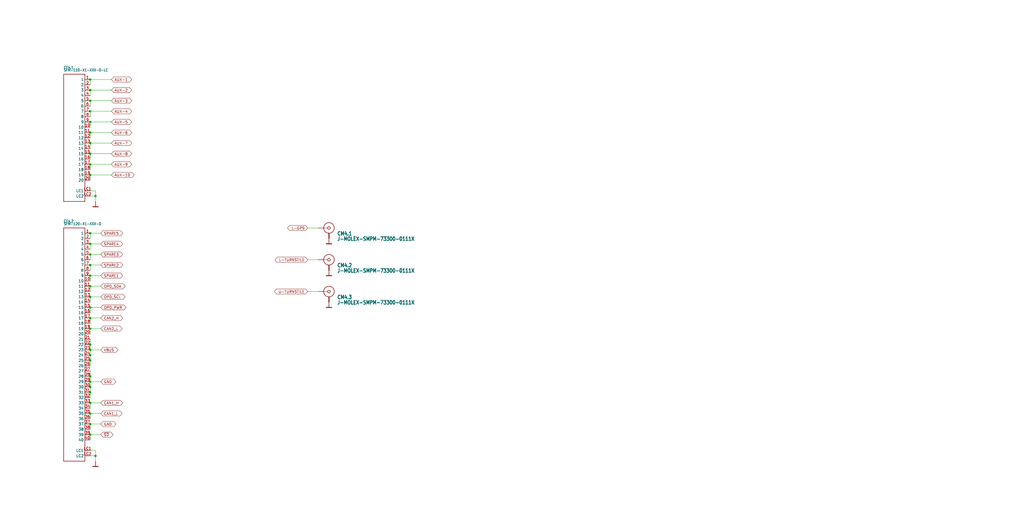
<source format=kicad_sch>
(kicad_sch (version 20211123) (generator eeschema)
  (paper "User" 490.22 254.406)
  (lib_symbols
    (symbol "oresat-backplane-2u-hasp-eagle-import:GND" (power)
      (symbol "GND_1_0"
        (polyline (pts (xy -1.27 -2.54) (xy 1.27 -2.54)) (stroke (width 0.4064)))
        (pin power_in line (at 0 0 270) (length 2.54) (name "GND") (number "1"))
      )
    )
    (symbol "oresat-backplane-2u-hasp-eagle-import:J-MOLEX-SMPM-73300-0111X"
      (property "Reference" "CM" (at 3.81 -3.81 0))
      (property "Value" "J-MOLEX-SMPM-73300-0111X" (at 3.81 -6.35 0))
      (symbol "J-MOLEX-SMPM-73300-0111X_1_0"
        (polyline (pts (xy -2.54 0) (xy -0.635 0)) (stroke (width 0.1524)))
        (circle (center 0 0) (radius 0.635) (stroke (width 0.254)))
        (circle (center 0 0) (radius 2.54) (stroke (width 0.254)))
        (pin passive line (at 0 -5.08 90) (length 2.54) (name "SHIELD1") (number "P$1"))
        (pin passive line (at 0 -5.08 90) (length 2.54) (name "SHIELD1") (number "P$2"))
        (pin passive line (at 0 -5.08 90) (length 2.54) (name "SHIELD1") (number "P$3"))
        (pin passive line (at 0 -5.08 90) (length 2.54) (name "SHIELD1") (number "P$4"))
        (pin passive line (at -5.08 0 0) (length 2.54) (name "RF") (number "RF-DOWN"))
      )
    )
    (symbol "oresat-backplane-2u-hasp-eagle-import:SFM-110-X1-XXX-D-LC"
      (property "Reference" "CF" (at -2.54 33.02 0))
      (property "Value" "SFM-110-X1-XXX-D-LC" (at -2.54 31.75 0))
      (symbol "SFM-110-X1-XXX-D-LC_1_0"
        (polyline (pts (xy -2.54 -30.48) (xy -2.54 30.48)) (stroke (width 0.254)))
        (polyline (pts (xy -2.54 30.48) (xy 7.62 30.48)) (stroke (width 0.254)))
        (polyline (pts (xy 7.62 -30.48) (xy -2.54 -30.48)) (stroke (width 0.254)))
        (polyline (pts (xy 7.62 30.48) (xy 7.62 -30.48)) (stroke (width 0.254)))
        (pin passive line (at 10.16 27.94 180) (length 2.54) (name "1") (number "1"))
        (pin passive line (at 10.16 5.08 180) (length 2.54) (name "10") (number "10"))
        (pin passive line (at 10.16 2.54 180) (length 2.54) (name "11") (number "11"))
        (pin passive line (at 10.16 0 180) (length 2.54) (name "12") (number "12"))
        (pin passive line (at 10.16 -2.54 180) (length 2.54) (name "13") (number "13"))
        (pin passive line (at 10.16 -5.08 180) (length 2.54) (name "14") (number "14"))
        (pin passive line (at 10.16 -7.62 180) (length 2.54) (name "15") (number "15"))
        (pin passive line (at 10.16 -10.16 180) (length 2.54) (name "16") (number "16"))
        (pin passive line (at 10.16 -12.7 180) (length 2.54) (name "17") (number "17"))
        (pin passive line (at 10.16 -15.24 180) (length 2.54) (name "18") (number "18"))
        (pin passive line (at 10.16 -17.78 180) (length 2.54) (name "19") (number "19"))
        (pin passive line (at 10.16 25.4 180) (length 2.54) (name "2") (number "2"))
        (pin passive line (at 10.16 -20.32 180) (length 2.54) (name "20") (number "20"))
        (pin passive line (at 10.16 22.86 180) (length 2.54) (name "3") (number "3"))
        (pin passive line (at 10.16 20.32 180) (length 2.54) (name "4") (number "4"))
        (pin passive line (at 10.16 17.78 180) (length 2.54) (name "5") (number "5"))
        (pin passive line (at 10.16 15.24 180) (length 2.54) (name "6") (number "6"))
        (pin passive line (at 10.16 12.7 180) (length 2.54) (name "7") (number "7"))
        (pin passive line (at 10.16 10.16 180) (length 2.54) (name "8") (number "8"))
        (pin passive line (at 10.16 7.62 180) (length 2.54) (name "9") (number "9"))
        (pin passive line (at 10.16 -25.4 180) (length 2.54) (name "LC1") (number "LC1"))
        (pin passive line (at 10.16 -27.94 180) (length 2.54) (name "LC2") (number "LC2"))
      )
    )
    (symbol "oresat-backplane-2u-hasp-eagle-import:SFM-120-X1-XXX-D"
      (property "Reference" "J" (at -2.54 50.8 0))
      (property "Value" "SFM-120-X1-XXX-D" (at -2.54 49.53 0))
      (symbol "SFM-120-X1-XXX-D_1_0"
        (polyline (pts (xy -2.54 -63.5) (xy -2.54 48.26)) (stroke (width 0.254)))
        (polyline (pts (xy -2.54 48.26) (xy 7.62 48.26)) (stroke (width 0.254)))
        (polyline (pts (xy 7.62 -63.5) (xy -2.54 -63.5)) (stroke (width 0.254)))
        (polyline (pts (xy 7.62 48.26) (xy 7.62 -63.5)) (stroke (width 0.254)))
        (pin passive line (at 10.16 45.72 180) (length 2.54) (name "1") (number "1"))
        (pin passive line (at 10.16 22.86 180) (length 2.54) (name "10") (number "10"))
        (pin passive line (at 10.16 20.32 180) (length 2.54) (name "11") (number "11"))
        (pin passive line (at 10.16 17.78 180) (length 2.54) (name "12") (number "12"))
        (pin passive line (at 10.16 15.24 180) (length 2.54) (name "13") (number "13"))
        (pin passive line (at 10.16 12.7 180) (length 2.54) (name "14") (number "14"))
        (pin passive line (at 10.16 10.16 180) (length 2.54) (name "15") (number "15"))
        (pin passive line (at 10.16 7.62 180) (length 2.54) (name "16") (number "16"))
        (pin passive line (at 10.16 5.08 180) (length 2.54) (name "17") (number "17"))
        (pin passive line (at 10.16 2.54 180) (length 2.54) (name "18") (number "18"))
        (pin passive line (at 10.16 0 180) (length 2.54) (name "19") (number "19"))
        (pin passive line (at 10.16 43.18 180) (length 2.54) (name "2") (number "2"))
        (pin passive line (at 10.16 -2.54 180) (length 2.54) (name "20") (number "20"))
        (pin passive line (at 10.16 -5.08 180) (length 2.54) (name "21") (number "21"))
        (pin passive line (at 10.16 -7.62 180) (length 2.54) (name "22") (number "22"))
        (pin passive line (at 10.16 -10.16 180) (length 2.54) (name "23") (number "23"))
        (pin passive line (at 10.16 -12.7 180) (length 2.54) (name "24") (number "24"))
        (pin passive line (at 10.16 -15.24 180) (length 2.54) (name "25") (number "25"))
        (pin passive line (at 10.16 -17.78 180) (length 2.54) (name "26") (number "26"))
        (pin passive line (at 10.16 -20.32 180) (length 2.54) (name "27") (number "27"))
        (pin passive line (at 10.16 -22.86 180) (length 2.54) (name "28") (number "28"))
        (pin passive line (at 10.16 -25.4 180) (length 2.54) (name "29") (number "29"))
        (pin passive line (at 10.16 40.64 180) (length 2.54) (name "3") (number "3"))
        (pin passive line (at 10.16 -27.94 180) (length 2.54) (name "30") (number "30"))
        (pin passive line (at 10.16 -30.48 180) (length 2.54) (name "31") (number "31"))
        (pin passive line (at 10.16 -33.02 180) (length 2.54) (name "32") (number "32"))
        (pin passive line (at 10.16 -35.56 180) (length 2.54) (name "33") (number "33"))
        (pin passive line (at 10.16 -38.1 180) (length 2.54) (name "34") (number "34"))
        (pin passive line (at 10.16 -40.64 180) (length 2.54) (name "35") (number "35"))
        (pin passive line (at 10.16 -43.18 180) (length 2.54) (name "36") (number "36"))
        (pin passive line (at 10.16 -45.72 180) (length 2.54) (name "37") (number "37"))
        (pin passive line (at 10.16 -48.26 180) (length 2.54) (name "38") (number "38"))
        (pin passive line (at 10.16 -50.8 180) (length 2.54) (name "39") (number "39"))
        (pin passive line (at 10.16 38.1 180) (length 2.54) (name "4") (number "4"))
        (pin passive line (at 10.16 -53.34 180) (length 2.54) (name "40") (number "40"))
        (pin passive line (at 10.16 35.56 180) (length 2.54) (name "5") (number "5"))
        (pin passive line (at 10.16 33.02 180) (length 2.54) (name "6") (number "6"))
        (pin passive line (at 10.16 30.48 180) (length 2.54) (name "7") (number "7"))
        (pin passive line (at 10.16 27.94 180) (length 2.54) (name "8") (number "8"))
        (pin passive line (at 10.16 25.4 180) (length 2.54) (name "9") (number "9"))
        (pin passive line (at 10.16 -58.42 180) (length 2.54) (name "LC1") (number "LC1"))
        (pin passive line (at 10.16 -60.96 180) (length 2.54) (name "LC2") (number "LC2"))
      )
    )
  )
  (junction (at 43.18 127))
  (junction (at 43.18 63.5))
  (junction (at 43.18 48.26))
  (junction (at 43.18 132.08))
  (junction (at 43.18 83.82))
  (junction (at 43.18 121.92))
  (junction (at 43.18 170.18))
  (junction (at 43.18 116.84))
  (junction (at 43.18 53.34))
  (junction (at 43.18 73.66))
  (junction (at 43.18 203.2))
  (junction (at 43.18 172.72))
  (junction (at 43.18 58.42))
  (junction (at 43.18 180.34))
  (junction (at 45.72 93.98))
  (junction (at 43.18 142.24))
  (junction (at 43.18 38.1))
  (junction (at 43.18 198.12))
  (junction (at 43.18 157.48))
  (junction (at 43.18 78.74))
  (junction (at 43.18 208.28))
  (junction (at 45.72 218.44))
  (junction (at 43.18 193.04))
  (junction (at 43.18 182.88))
  (junction (at 43.18 147.32))
  (junction (at 43.18 68.58))
  (junction (at 43.18 165.1))
  (junction (at 43.18 111.76))
  (junction (at 43.18 187.96))
  (junction (at 43.18 167.64))
  (junction (at 43.18 43.18))
  (junction (at 43.18 137.16))
  (junction (at 43.18 185.42))
  (junction (at 43.18 152.4))
  (wire (pts (xy 43.18 152.4) (xy 43.18 154.94)))
  (wire (pts (xy 43.18 53.34) (xy 43.18 55.88)))
  (wire (pts (xy 43.18 38.1) (xy 53.34 38.1)))
  (wire (pts (xy 43.18 73.66) (xy 53.34 73.66)))
  (wire (pts (xy 43.18 172.72) (xy 43.18 175.26)))
  (wire (pts (xy 48.26 152.4) (xy 43.18 152.4)))
  (wire (pts (xy 43.18 193.04) (xy 43.18 195.58)))
  (wire (pts (xy 43.18 167.64) (xy 43.18 170.18)))
  (wire (pts (xy 43.18 116.84) (xy 48.26 116.84)))
  (wire (pts (xy 43.18 111.76) (xy 43.18 114.3)))
  (wire (pts (xy 48.26 142.24) (xy 43.18 142.24)))
  (wire (pts (xy 45.72 93.98) (xy 45.72 91.44)))
  (wire (pts (xy 43.18 127) (xy 43.18 129.54)))
  (wire (pts (xy 43.18 121.92) (xy 48.26 121.92)))
  (wire (pts (xy 43.18 198.12) (xy 43.18 200.66)))
  (wire (pts (xy 43.18 121.92) (xy 43.18 124.46)))
  (wire (pts (xy 43.18 83.82) (xy 53.34 83.82)))
  (wire (pts (xy 48.26 182.88) (xy 43.18 182.88)))
  (wire (pts (xy 43.18 144.78) (xy 43.18 142.24)))
  (wire (pts (xy 43.18 180.34) (xy 43.18 182.88)))
  (wire (pts (xy 147.32 109.22) (xy 152.4 109.22)))
  (wire (pts (xy 43.18 187.96) (xy 43.18 190.5)))
  (wire (pts (xy 43.18 68.58) (xy 53.34 68.58)))
  (wire (pts (xy 48.26 208.28) (xy 43.18 208.28)))
  (wire (pts (xy 43.18 111.76) (xy 48.26 111.76)))
  (wire (pts (xy 43.18 203.2) (xy 43.18 205.74)))
  (wire (pts (xy 43.18 43.18) (xy 43.18 45.72)))
  (wire (pts (xy 43.18 43.18) (xy 53.34 43.18)))
  (wire (pts (xy 43.18 185.42) (xy 43.18 187.96)))
  (wire (pts (xy 43.18 78.74) (xy 43.18 81.28)))
  (wire (pts (xy 43.18 73.66) (xy 43.18 76.2)))
  (wire (pts (xy 43.18 53.34) (xy 53.34 53.34)))
  (wire (pts (xy 43.18 38.1) (xy 43.18 40.64)))
  (wire (pts (xy 43.18 215.9) (xy 45.72 215.9)))
  (wire (pts (xy 152.4 139.7) (xy 147.32 139.7)))
  (wire (pts (xy 45.72 96.52) (xy 45.72 93.98)))
  (wire (pts (xy 152.4 124.46) (xy 147.32 124.46)))
  (wire (pts (xy 43.18 147.32) (xy 43.18 149.86)))
  (wire (pts (xy 43.18 165.1) (xy 43.18 167.64)))
  (wire (pts (xy 43.18 116.84) (xy 43.18 119.38)))
  (wire (pts (xy 48.26 132.08) (xy 43.18 132.08)))
  (wire (pts (xy 43.18 218.44) (xy 45.72 218.44)))
  (wire (pts (xy 48.26 157.48) (xy 43.18 157.48)))
  (wire (pts (xy 43.18 177.8) (xy 43.18 180.34)))
  (wire (pts (xy 43.18 63.5) (xy 43.18 66.04)))
  (wire (pts (xy 48.26 198.12) (xy 43.18 198.12)))
  (wire (pts (xy 43.18 162.56) (xy 43.18 165.1)))
  (wire (pts (xy 43.18 139.7) (xy 43.18 137.16)))
  (wire (pts (xy 48.26 203.2) (xy 43.18 203.2)))
  (wire (pts (xy 45.72 91.44) (xy 43.18 91.44)))
  (wire (pts (xy 43.18 48.26) (xy 43.18 50.8)))
  (wire (pts (xy 45.72 218.44) (xy 45.72 220.98)))
  (wire (pts (xy 48.26 193.04) (xy 43.18 193.04)))
  (wire (pts (xy 43.18 58.42) (xy 53.34 58.42)))
  (wire (pts (xy 43.18 68.58) (xy 43.18 71.12)))
  (wire (pts (xy 43.18 48.26) (xy 53.34 48.26)))
  (wire (pts (xy 43.18 182.88) (xy 43.18 185.42)))
  (wire (pts (xy 43.18 157.48) (xy 43.18 160.02)))
  (wire (pts (xy 43.18 58.42) (xy 43.18 60.96)))
  (wire (pts (xy 43.18 63.5) (xy 53.34 63.5)))
  (wire (pts (xy 45.72 215.9) (xy 45.72 218.44)))
  (wire (pts (xy 43.18 132.08) (xy 43.18 134.62)))
  (wire (pts (xy 43.18 83.82) (xy 43.18 86.36)))
  (wire (pts (xy 43.18 137.16) (xy 48.26 137.16)))
  (wire (pts (xy 48.26 147.32) (xy 43.18 147.32)))
  (wire (pts (xy 43.18 78.74) (xy 53.34 78.74)))
  (wire (pts (xy 45.72 93.98) (xy 43.18 93.98)))
  (wire (pts (xy 48.26 167.64) (xy 43.18 167.64)))
  (wire (pts (xy 43.18 208.28) (xy 43.18 210.82)))
  (wire (pts (xy 43.18 170.18) (xy 43.18 172.72)))
  (wire (pts (xy 48.26 127) (xy 43.18 127)))
  (global_label "L-TURNSTILE" (shape bidirectional) (at 147.32 124.46 180) (effects (font (size 1.2446 1.2446))) (property "Intersheet References" "${INTERSHEET_REFS}" (effects hide)))
  (global_label "~{SD}" (shape bidirectional) (at 48.26 208.28 0) (effects (font (size 1.2446 1.2446))) (property "Intersheet References" "${INTERSHEET_REFS}" (effects hide)))
  (global_label "OPD_SCL" (shape bidirectional) (at 48.26 142.24 0) (effects (font (size 1.2446 1.2446))) (property "Intersheet References" "${INTERSHEET_REFS}" (effects hide)))
  (global_label "OPD_PWR" (shape bidirectional) (at 48.26 147.32 0) (effects (font (size 1.2446 1.2446))) (property "Intersheet References" "${INTERSHEET_REFS}" (effects hide)))
  (global_label "AUX-1" (shape bidirectional) (at 53.34 38.1 0) (effects (font (size 1.2446 1.2446))) (property "Intersheet References" "${INTERSHEET_REFS}" (effects hide)))
  (global_label "SPARE4" (shape bidirectional) (at 48.26 116.84 0) (effects (font (size 1.2446 1.2446))) (property "Intersheet References" "${INTERSHEET_REFS}" (effects hide)))
  (global_label "AUX-5" (shape bidirectional) (at 53.34 58.42 0) (effects (font (size 1.2446 1.2446))) (property "Intersheet References" "${INTERSHEET_REFS}" (effects hide)))
  (global_label "GND" (shape bidirectional) (at 48.26 182.88 0) (effects (font (size 1.2446 1.2446))) (property "Intersheet References" "${INTERSHEET_REFS}" (effects hide)))
  (global_label "AUX-2" (shape bidirectional) (at 53.34 43.18 0) (effects (font (size 1.2446 1.2446))) (property "Intersheet References" "${INTERSHEET_REFS}" (effects hide)))
  (global_label "AUX-8" (shape bidirectional) (at 53.34 73.66 0) (effects (font (size 1.2446 1.2446))) (property "Intersheet References" "${INTERSHEET_REFS}" (effects hide)))
  (global_label "OPD_SDA" (shape bidirectional) (at 48.26 137.16 0) (effects (font (size 1.2446 1.2446))) (property "Intersheet References" "${INTERSHEET_REFS}" (effects hide)))
  (global_label "SPARE3" (shape bidirectional) (at 48.26 121.92 0) (effects (font (size 1.2446 1.2446))) (property "Intersheet References" "${INTERSHEET_REFS}" (effects hide)))
  (global_label "AUX-3" (shape bidirectional) (at 53.34 48.26 0) (effects (font (size 1.2446 1.2446))) (property "Intersheet References" "${INTERSHEET_REFS}" (effects hide)))
  (global_label "CAN2_H" (shape bidirectional) (at 48.26 152.4 0) (effects (font (size 1.2446 1.2446))) (property "Intersheet References" "${INTERSHEET_REFS}" (effects hide)))
  (global_label "VBUS" (shape bidirectional) (at 48.26 167.64 0) (effects (font (size 1.2446 1.2446))) (property "Intersheet References" "${INTERSHEET_REFS}" (effects hide)))
  (global_label "GND" (shape bidirectional) (at 48.26 203.2 0) (effects (font (size 1.2446 1.2446))) (property "Intersheet References" "${INTERSHEET_REFS}" (effects hide)))
  (global_label "AUX-7" (shape bidirectional) (at 53.34 68.58 0) (effects (font (size 1.2446 1.2446))) (property "Intersheet References" "${INTERSHEET_REFS}" (effects hide)))
  (global_label "CAN1_L" (shape bidirectional) (at 48.26 198.12 0) (effects (font (size 1.2446 1.2446))) (property "Intersheet References" "${INTERSHEET_REFS}" (effects hide)))
  (global_label "AUX-10" (shape bidirectional) (at 53.34 83.82 0) (effects (font (size 1.2446 1.2446))) (property "Intersheet References" "${INTERSHEET_REFS}" (effects hide)))
  (global_label "SPARE5" (shape bidirectional) (at 48.26 111.76 0) (effects (font (size 1.2446 1.2446))) (property "Intersheet References" "${INTERSHEET_REFS}" (effects hide)))
  (global_label "L-GPS" (shape bidirectional) (at 147.32 109.22 180) (effects (font (size 1.2446 1.2446))) (property "Intersheet References" "${INTERSHEET_REFS}" (effects hide)))
  (global_label "CAN2_L" (shape bidirectional) (at 48.26 157.48 0) (effects (font (size 1.2446 1.2446))) (property "Intersheet References" "${INTERSHEET_REFS}" (effects hide)))
  (global_label "U-TURNSTILE" (shape bidirectional) (at 147.32 139.7 180) (effects (font (size 1.2446 1.2446))) (property "Intersheet References" "${INTERSHEET_REFS}" (effects hide)))
  (global_label "AUX-4" (shape bidirectional) (at 53.34 53.34 0) (effects (font (size 1.2446 1.2446))) (property "Intersheet References" "${INTERSHEET_REFS}" (effects hide)))
  (global_label "CAN1_H" (shape bidirectional) (at 48.26 193.04 0) (effects (font (size 1.2446 1.2446))) (property "Intersheet References" "${INTERSHEET_REFS}" (effects hide)))
  (global_label "AUX-6" (shape bidirectional) (at 53.34 63.5 0) (effects (font (size 1.2446 1.2446))) (property "Intersheet References" "${INTERSHEET_REFS}" (effects hide)))
  (global_label "SPARE1" (shape bidirectional) (at 48.26 132.08 0) (effects (font (size 1.2446 1.2446))) (property "Intersheet References" "${INTERSHEET_REFS}" (effects hide)))
  (global_label "AUX-9" (shape bidirectional) (at 53.34 78.74 0) (effects (font (size 1.2446 1.2446))) (property "Intersheet References" "${INTERSHEET_REFS}" (effects hide)))
  (global_label "SPARE2" (shape bidirectional) (at 48.26 127 0) (effects (font (size 1.2446 1.2446))) (property "Intersheet References" "${INTERSHEET_REFS}" (effects hide)))
  (symbol (lib_id "oresat-backplane-2u-hasp-eagle-import:J-MOLEX-SMPM-73300-0111X") (at 157.48 109.22 0) (unit 1)
    (property "Reference" "CM4.1" (at 161.29 113.03 0) (effects (font (size 1.778 1.5113) bold) (justify left bottom)))
    (property "Value" "J-MOLEX-SMPM-73300-0111X" (at 161.29 115.57 0) (effects (font (size 1.778 1.5113) bold) (justify left bottom)))
    (property "Footprint" "oresat-backplane-2u-hasp:J-MOLEX-SMPM-73300-0111X" (effects hide))
  )
  (symbol (lib_id "oresat-backplane-2u-hasp-eagle-import:SFM-120-X1-XXX-D") (at 33.02 157.48 0) (unit 1)
    (property "Reference" "CF4.2" (at 30.48 106.68 0) (effects (font (size 1.27 1.0795)) (justify left bottom)))
    (property "Value" "SFM-120-X1-XXX-D" (at 30.48 107.95 0) (effects (font (size 1.27 1.0795)) (justify left bottom)))
    (property "Footprint" "oresat-backplane-2u-hasp:SFM-120-X1-XXX-D" (effects hide))
  )
  (symbol (lib_id "oresat-backplane-2u-hasp-eagle-import:GND") (at 45.72 96.52 0) (unit 1)
    (property "Reference" "#GND101" (effects hide))
    (property "Value" "GND" (effects hide))
    (property "Footprint" "oresat-backplane-2u-hasp:" (effects hide))
  )
  (symbol (lib_id "oresat-backplane-2u-hasp-eagle-import:SFM-110-X1-XXX-D-LC") (at 33.02 66.04 0) (unit 1)
    (property "Reference" "CF4.1" (at 30.48 33.02 0) (effects (font (size 1.27 1.0795)) (justify left bottom)))
    (property "Value" "SFM-110-X1-XXX-D-LC" (at 30.48 34.29 0) (effects (font (size 1.27 1.0795)) (justify left bottom)))
    (property "Footprint" "oresat-backplane-2u-hasp:SFM-110-X1-XXX-D-LC" (effects hide))
  )
  (symbol (lib_id "oresat-backplane-2u-hasp-eagle-import:GND") (at 157.48 129.54 0) (unit 1)
    (property "Reference" "#GND7" (effects hide))
    (property "Value" "GND" (effects hide))
    (property "Footprint" "oresat-backplane-2u-hasp:" (effects hide))
  )
  (symbol (lib_id "oresat-backplane-2u-hasp-eagle-import:GND") (at 157.48 114.3 0) (unit 1)
    (property "Reference" "#GND9" (effects hide))
    (property "Value" "GND" (effects hide))
    (property "Footprint" "oresat-backplane-2u-hasp:" (effects hide))
  )
  (symbol (lib_id "oresat-backplane-2u-hasp-eagle-import:J-MOLEX-SMPM-73300-0111X") (at 157.48 139.7 0) (unit 1)
    (property "Reference" "CM4.3" (at 161.29 143.51 0) (effects (font (size 1.778 1.5113) bold) (justify left bottom)))
    (property "Value" "J-MOLEX-SMPM-73300-0111X" (at 161.29 146.05 0) (effects (font (size 1.778 1.5113) bold) (justify left bottom)))
    (property "Footprint" "oresat-backplane-2u-hasp:J-MOLEX-SMPM-73300-0111X" (effects hide))
  )
  (symbol (lib_id "oresat-backplane-2u-hasp-eagle-import:J-MOLEX-SMPM-73300-0111X") (at 157.48 124.46 0) (unit 1)
    (property "Reference" "CM4.2" (at 161.29 128.27 0) (effects (font (size 1.778 1.5113) bold) (justify left bottom)))
    (property "Value" "J-MOLEX-SMPM-73300-0111X" (at 161.29 130.81 0) (effects (font (size 1.778 1.5113) bold) (justify left bottom)))
    (property "Footprint" "oresat-backplane-2u-hasp:J-MOLEX-SMPM-73300-0111X" (effects hide))
  )
  (symbol (lib_id "oresat-backplane-2u-hasp-eagle-import:GND") (at 45.72 220.98 0) (unit 1)
    (property "Reference" "#GND97" (effects hide))
    (property "Value" "GND" (effects hide))
    (property "Footprint" "oresat-backplane-2u-hasp:" (effects hide))
  )
  (symbol (lib_id "oresat-backplane-2u-hasp-eagle-import:GND") (at 157.48 144.78 0) (unit 1)
    (property "Reference" "#GND8" (effects hide))
    (property "Value" "GND" (effects hide))
    (property "Footprint" "oresat-backplane-2u-hasp:" (effects hide))
  )
)
</source>
